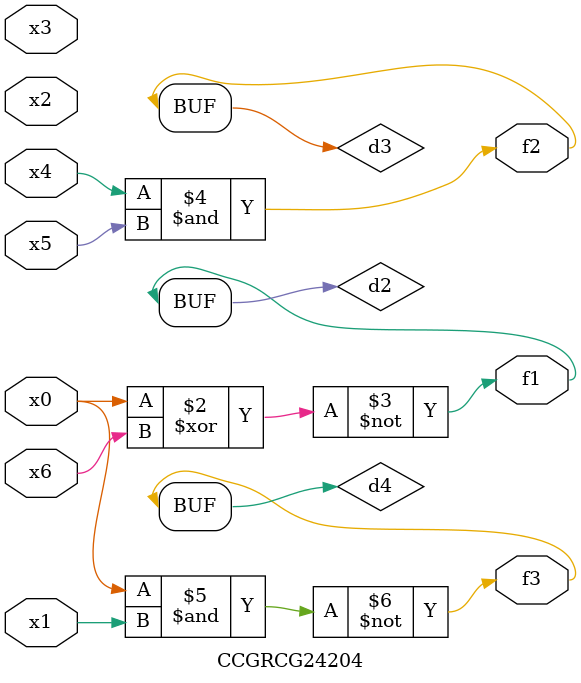
<source format=v>
module CCGRCG24204(
	input x0, x1, x2, x3, x4, x5, x6,
	output f1, f2, f3
);

	wire d1, d2, d3, d4;

	nor (d1, x0);
	xnor (d2, x0, x6);
	and (d3, x4, x5);
	nand (d4, x0, x1);
	assign f1 = d2;
	assign f2 = d3;
	assign f3 = d4;
endmodule

</source>
